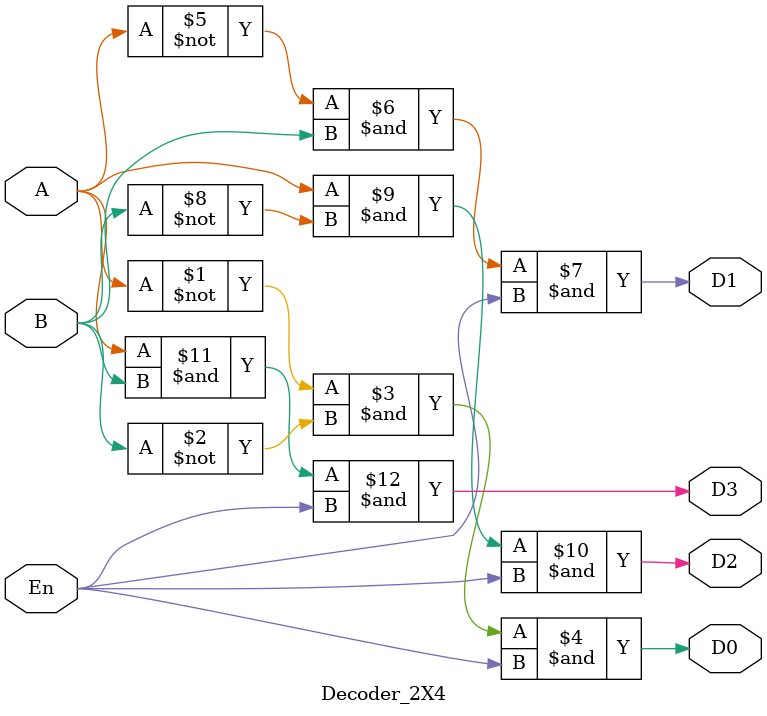
<source format=v>
module Decoder_2X4(input A,B,En, output D0,D1,D2,D3);

///assigning inputs to outputs

assign D0 = ~A&~B&En;
assign D1= ~A&B&En;
assign D2= A&~B&En;
assign D3= A&B&En;

endmodule
</source>
